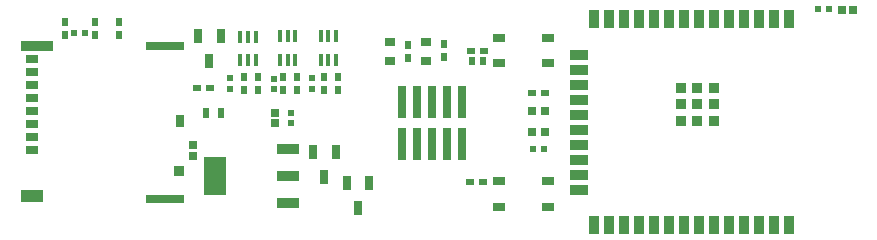
<source format=gbr>
%TF.GenerationSoftware,KiCad,Pcbnew,(6.0.8)*%
%TF.CreationDate,2023-01-02T13:08:22-05:00*%
%TF.ProjectId,WiFi-Devboard-Pro,57694669-2d44-4657-9662-6f6172642d50,rev?*%
%TF.SameCoordinates,Original*%
%TF.FileFunction,Paste,Top*%
%TF.FilePolarity,Positive*%
%FSLAX46Y46*%
G04 Gerber Fmt 4.6, Leading zero omitted, Abs format (unit mm)*
G04 Created by KiCad (PCBNEW (6.0.8)) date 2023-01-02 13:08:22*
%MOMM*%
%LPD*%
G01*
G04 APERTURE LIST*
%ADD10R,0.600000X0.750000*%
%ADD11R,0.750000X0.600000*%
%ADD12R,0.600000X0.620000*%
%ADD13R,0.650000X1.200000*%
%ADD14R,0.620000X0.600000*%
%ADD15R,0.690000X0.720000*%
%ADD16R,1.100000X0.700000*%
%ADD17R,0.930000X0.900000*%
%ADD18R,0.780000X1.050000*%
%ADD19R,3.330000X0.700000*%
%ADD20R,2.800000X0.860000*%
%ADD21R,1.830000X1.140000*%
%ADD22R,0.700000X0.700000*%
%ADD23R,0.720000X0.690000*%
%ADD24R,0.900000X1.500000*%
%ADD25R,1.500000X0.900000*%
%ADD26R,0.900000X0.900000*%
%ADD27R,0.500000X0.900000*%
%ADD28R,0.650000X2.770000*%
%ADD29R,0.950000X0.800000*%
%ADD30R,1.050000X0.650000*%
%ADD31R,1.850000X0.900000*%
%ADD32R,1.850000X3.200000*%
%ADD33R,0.400000X1.000000*%
%ADD34R,0.620000X0.640000*%
G04 APERTURE END LIST*
D10*
%TO.C,R10*%
X134960000Y-97140000D03*
X134960000Y-96040000D03*
%TD*%
D11*
%TO.C,R15*%
X126500000Y-96950000D03*
X127600000Y-96950000D03*
%TD*%
%TO.C,R6*%
X150660000Y-104890000D03*
X149560000Y-104890000D03*
%TD*%
D12*
%TO.C,C7*%
X117000000Y-92270000D03*
X116080000Y-92270000D03*
%TD*%
D10*
%TO.C,R5*%
X115300000Y-91350000D03*
X115300000Y-92450000D03*
%TD*%
D13*
%TO.C,IC2*%
X128460000Y-92600000D03*
X126540000Y-92600000D03*
X127500000Y-94700000D03*
%TD*%
%TO.C,IC4*%
X138210000Y-102375000D03*
X136290000Y-102375000D03*
X137250000Y-104475000D03*
%TD*%
D14*
%TO.C,C11*%
X136225000Y-97060000D03*
X136225000Y-96140000D03*
%TD*%
D15*
%TO.C,C2*%
X181985000Y-90350000D03*
X181065000Y-90350000D03*
%TD*%
D16*
%TO.C,J6*%
X112460000Y-102230000D03*
X112460000Y-101130000D03*
X112460000Y-100030000D03*
X112460000Y-98930000D03*
X112460000Y-97830000D03*
X112460000Y-96730000D03*
X112460000Y-95630000D03*
X112460000Y-94530000D03*
D17*
X124925000Y-104020000D03*
D18*
X125000000Y-99755000D03*
D19*
X123725000Y-93370000D03*
D20*
X112960000Y-93450000D03*
D21*
X112475000Y-106110000D03*
D19*
X123725000Y-106330000D03*
%TD*%
D22*
%TO.C,LED1*%
X155950000Y-98885000D03*
X154850000Y-98885000D03*
X154850000Y-100715000D03*
X155950000Y-100715000D03*
%TD*%
D10*
%TO.C,R4*%
X117820000Y-91350000D03*
X117820000Y-92450000D03*
%TD*%
D23*
%TO.C,C6*%
X133100000Y-99040000D03*
X133100000Y-99960000D03*
%TD*%
D24*
%TO.C,IC1*%
X176560000Y-91100000D03*
X175290000Y-91100000D03*
X174020000Y-91100000D03*
X172750000Y-91100000D03*
X171480000Y-91100000D03*
X170210000Y-91100000D03*
X168940000Y-91100000D03*
X167670000Y-91100000D03*
X166400000Y-91100000D03*
X165130000Y-91100000D03*
X163860000Y-91100000D03*
X162590000Y-91100000D03*
X161320000Y-91100000D03*
X160050000Y-91100000D03*
D25*
X158800000Y-94135000D03*
X158800000Y-95405000D03*
X158800000Y-96675000D03*
X158800000Y-97945000D03*
X158800000Y-99215000D03*
X158800000Y-100485000D03*
X158800000Y-101755000D03*
X158800000Y-103025000D03*
X158800000Y-104295000D03*
X158800000Y-105565000D03*
D24*
X160050000Y-108600000D03*
X161320000Y-108600000D03*
X162590000Y-108600000D03*
X163860000Y-108600000D03*
X165130000Y-108600000D03*
X166400000Y-108600000D03*
X167670000Y-108600000D03*
X168940000Y-108600000D03*
X170210000Y-108600000D03*
X171480000Y-108600000D03*
X172750000Y-108600000D03*
X174020000Y-108600000D03*
X175290000Y-108600000D03*
X176560000Y-108600000D03*
D26*
X170240000Y-96950000D03*
X168840000Y-96950000D03*
X167440000Y-96950000D03*
X167440000Y-98350000D03*
X167440000Y-99750000D03*
X168840000Y-99750000D03*
X170240000Y-99750000D03*
X170240000Y-98350000D03*
X168840000Y-98350000D03*
%TD*%
D27*
%TO.C,LED4*%
X127200000Y-99100000D03*
X128500000Y-99100000D03*
%TD*%
D11*
%TO.C,R2*%
X155950000Y-97430000D03*
X154850000Y-97430000D03*
%TD*%
D28*
%TO.C,J1*%
X143860000Y-101665000D03*
X143860000Y-98135000D03*
X145130000Y-101665000D03*
X145130000Y-98135000D03*
X146400000Y-101665000D03*
X146400000Y-98135000D03*
X147670000Y-101665000D03*
X147670000Y-98135000D03*
X148940000Y-101665000D03*
X148940000Y-98135000D03*
%TD*%
D23*
%TO.C,C5*%
X126100000Y-101790000D03*
X126100000Y-102710000D03*
%TD*%
D13*
%TO.C,IC5*%
X141060000Y-105000000D03*
X139140000Y-105000000D03*
X140100000Y-107100000D03*
%TD*%
D29*
%TO.C,LED2*%
X142800000Y-93050000D03*
X142800000Y-94650000D03*
%TD*%
D30*
%TO.C,S2*%
X152075000Y-104875000D03*
X156225000Y-104875000D03*
X152075000Y-107025000D03*
X156225000Y-107025000D03*
%TD*%
D12*
%TO.C,C4*%
X154930000Y-102150000D03*
X155850000Y-102150000D03*
%TD*%
D31*
%TO.C,IC3*%
X134200000Y-106700000D03*
X134200000Y-104400000D03*
X134200000Y-102100000D03*
D32*
X128000000Y-104400000D03*
%TD*%
D12*
%TO.C,C3*%
X179065000Y-90300000D03*
X179985000Y-90300000D03*
%TD*%
D14*
%TO.C,C8*%
X129290000Y-97080000D03*
X129290000Y-96160000D03*
%TD*%
D33*
%TO.C,U3*%
X138250000Y-92600000D03*
X137600000Y-92600000D03*
X136950000Y-92600000D03*
X136950000Y-94600000D03*
X137600000Y-94600000D03*
X138250000Y-94600000D03*
%TD*%
D30*
%TO.C,S1*%
X152075000Y-92725000D03*
X156225000Y-92725000D03*
X152075000Y-94875000D03*
X156225000Y-94875000D03*
%TD*%
D11*
%TO.C,R1*%
X149700000Y-93800000D03*
X150800000Y-93800000D03*
%TD*%
D14*
%TO.C,C9*%
X134420000Y-99050000D03*
X134420000Y-99970000D03*
%TD*%
D10*
%TO.C,R8*%
X131610000Y-97150000D03*
X131610000Y-96050000D03*
%TD*%
%TO.C,R12*%
X138400000Y-97150000D03*
X138400000Y-96050000D03*
%TD*%
D34*
%TO.C,C1*%
X150690000Y-94690000D03*
X149770000Y-94690000D03*
%TD*%
D10*
%TO.C,R11*%
X137200000Y-97150000D03*
X137200000Y-96050000D03*
%TD*%
D14*
%TO.C,C10*%
X133000000Y-97085000D03*
X133000000Y-96165000D03*
%TD*%
D10*
%TO.C,R13*%
X144350000Y-93300000D03*
X144350000Y-94400000D03*
%TD*%
%TO.C,R14*%
X147400000Y-93250000D03*
X147400000Y-94350000D03*
%TD*%
D33*
%TO.C,U2*%
X134800000Y-92600000D03*
X134150000Y-92600000D03*
X133500000Y-92600000D03*
X133500000Y-94600000D03*
X134150000Y-94600000D03*
X134800000Y-94600000D03*
%TD*%
D10*
%TO.C,R9*%
X133790000Y-97140000D03*
X133790000Y-96040000D03*
%TD*%
D33*
%TO.C,U1*%
X131450000Y-92610000D03*
X130800000Y-92610000D03*
X130150000Y-92610000D03*
X130150000Y-94610000D03*
X130800000Y-94610000D03*
X131450000Y-94610000D03*
%TD*%
D10*
%TO.C,R3*%
X119900000Y-91360000D03*
X119900000Y-92460000D03*
%TD*%
%TO.C,R7*%
X130410000Y-97160000D03*
X130410000Y-96060000D03*
%TD*%
D29*
%TO.C,LED3*%
X145900000Y-93050000D03*
X145900000Y-94650000D03*
%TD*%
M02*

</source>
